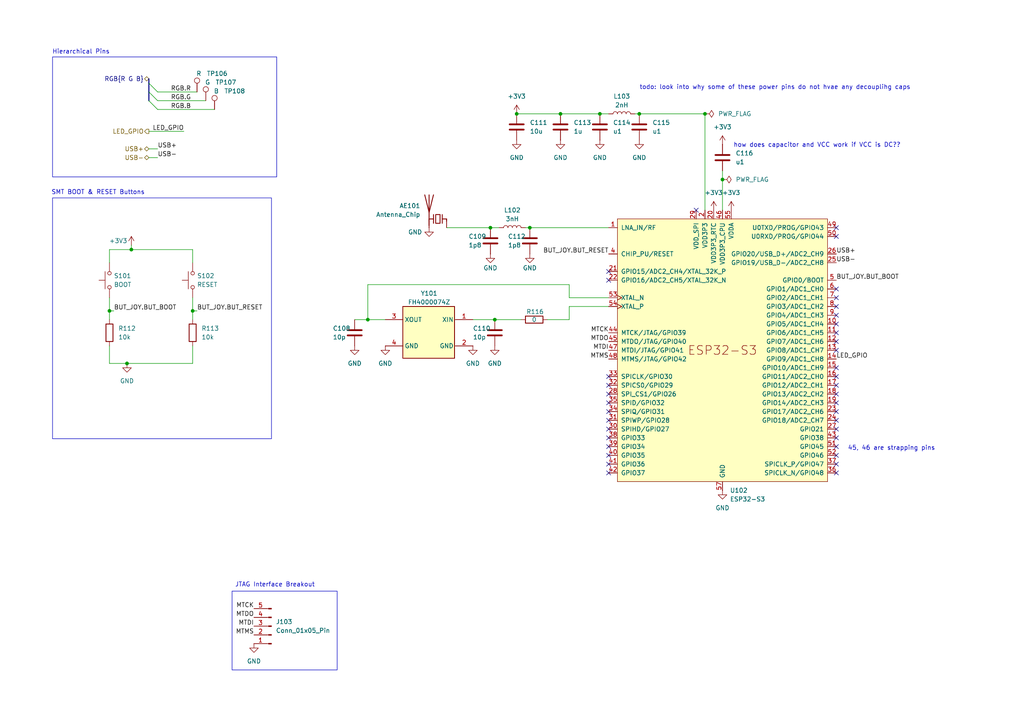
<source format=kicad_sch>
(kicad_sch (version 20250114) (generator "eeschema") (generator_version "9.0")
  (paper "A4")
  (lib_symbols
    (symbol "Connector:Conn_01x05_Pin" (pin_names (offset 1.016) (hide yes))
      (property "Reference" "J" (at 0 7.62 0))
      (property "Value" "Conn_01x05_Pin" (at 0 -7.62 0))
      (symbol "Conn_01x05_Pin_1_1"
        (rectangle (start 0.8636 5.207) (end 0 4.953) (stroke (width 0.1524)) (fill (type outline)))
        (rectangle (start 0.8636 2.667) (end 0 2.413) (stroke (width 0.1524)) (fill (type outline)))
        (rectangle (start 0.8636 0.127) (end 0 -0.127) (stroke (width 0.1524)) (fill (type outline)))
        (rectangle (start 0.8636 -2.413) (end 0 -2.667) (stroke (width 0.1524)) (fill (type outline)))
        (rectangle (start 0.8636 -4.953) (end 0 -5.207) (stroke (width 0.1524)) (fill (type outline)))
        (polyline (pts (xy 1.27 5.08) (xy 0.8636 5.08)) (stroke (width 0.1524)))
        (polyline (pts (xy 1.27 2.54) (xy 0.8636 2.54)) (stroke (width 0.1524)))
        (polyline (pts (xy 1.27 0) (xy 0.8636 0)) (stroke (width 0.1524)))
        (polyline (pts (xy 1.27 -2.54) (xy 0.8636 -2.54)) (stroke (width 0.1524)))
        (polyline (pts (xy 1.27 -5.08) (xy 0.8636 -5.08)) (stroke (width 0.1524)))
        (pin passive line (at 5.08 5.08 180) (length 3.81) (name "Pin_1") (number "1"))
        (pin passive line (at 5.08 2.54 180) (length 3.81) (name "Pin_2") (number "2"))
        (pin passive line (at 5.08 0 180) (length 3.81) (name "Pin_3") (number "3"))
        (pin passive line (at 5.08 -2.54 180) (length 3.81) (name "Pin_4") (number "4"))
        (pin passive line (at 5.08 -5.08 180) (length 3.81) (name "Pin_5") (number "5"))
      )
    )
    (symbol "Connector:TestPoint" (pin_numbers (hide yes)) (pin_names (offset 0.762) (hide yes))
      (property "Reference" "TP" (at 0 6.858 0))
      (property "Value" "TestPoint" (at 0 5.08 0))
      (symbol "TestPoint_0_1"
        (circle (center 0 3.302) (radius 0.762))
      )
      (symbol "TestPoint_1_1"
        (pin passive line (at 0 0 90) (length 2.54) (name "1") (number "1"))
      )
    )
    (symbol "Device:Antenna_Chip" (pin_numbers (hide yes)) (pin_names (offset 1.016) (hide yes))
      (property "Reference" "AE" (at 0 5.08 0))
      (property "Value" "Antenna_Chip" (at 0 3.175 0))
      (symbol "Antenna_Chip_0_1"
        (polyline (pts (xy -2.54 0) (xy -2.54 -0.635)) (stroke (width 0.254)))
        (polyline (pts (xy -2.54 0) (xy -1.27 0)) (stroke (width 0.254)))
        (polyline (pts (xy -1.27 1.27) (xy -1.27 -1.27) (xy -1.27 0)) (stroke (width 0.254)))
        (polyline (pts (xy -0.635 1.27) (xy 0.635 1.27) (xy 0.635 -1.27) (xy -0.635 -1.27) (xy -0.635 1.27)) (stroke (width 0.254)))
        (polyline (pts (xy 1.27 1.27) (xy 1.27 -1.27)) (stroke (width 0.254)))
        (polyline (pts (xy 1.27 0) (xy 2.54 0)) (stroke (width 0.254)))
        (polyline (pts (xy 2.54 6.985) (xy 2.54 -1.905)) (stroke (width 0.254)))
        (polyline (pts (xy 2.54 -0.635) (xy 2.54 0)))
        (polyline (pts (xy 3.81 6.985) (xy 2.54 1.905) (xy 1.27 6.985)) (stroke (width 0.254)))
      )
      (symbol "Antenna_Chip_1_1"
        (pin input line (at -2.54 -2.54 90) (length 2.54) (name "FEED") (number "1"))
        (pin passive line (at 2.54 -2.54 90) (length 2.54) (name "PCB_Trace") (number "2"))
      )
    )
    (symbol "Device:C" (pin_numbers (hide yes)) (pin_names (offset 0.254))
      (property "Reference" "C" (at 0.635 2.54 0))
      (property "Value" "C" (at 0.635 -2.54 0))
      (symbol "C_0_1"
        (polyline (pts (xy -2.032 0.762) (xy 2.032 0.762)) (stroke (width 0.508)))
        (polyline (pts (xy -2.032 -0.762) (xy 2.032 -0.762)) (stroke (width 0.508)))
      )
      (symbol "C_1_1"
        (pin passive line (at 0 3.81 270) (length 2.794) (name "~") (number "1"))
        (pin passive line (at 0 -3.81 90) (length 2.794) (name "~") (number "2"))
      )
    )
    (symbol "Device:L" (pin_numbers (hide yes)) (pin_names (offset 1.016) (hide yes))
      (property "Reference" "L" (at -1.27 0 90))
      (property "Value" "L" (at 1.905 0 90))
      (symbol "L_0_1"
        (arc (start 0 2.54) (mid 0.6323 1.905) (end 0 1.27))
        (arc (start 0 1.27) (mid 0.6323 0.635) (end 0 0))
        (arc (start 0 0) (mid 0.6323 -0.635) (end 0 -1.27))
        (arc (start 0 -1.27) (mid 0.6323 -1.905) (end 0 -2.54))
      )
      (symbol "L_1_1"
        (pin passive line (at 0 3.81 270) (length 1.27) (name "1") (number "1"))
        (pin passive line (at 0 -3.81 90) (length 1.27) (name "2") (number "2"))
      )
    )
    (symbol "Device:R" (pin_numbers (hide yes)) (pin_names (offset 0))
      (property "Reference" "R" (at 2.032 0 90))
      (property "Value" "R" (at 0 0 90))
      (symbol "R_0_1"
        (rectangle (start -1.016 -2.54) (end 1.016 2.54) (stroke (width 0.254)))
      )
      (symbol "R_1_1"
        (pin passive line (at 0 3.81 270) (length 1.27) (name "~") (number "1"))
        (pin passive line (at 0 -3.81 90) (length 1.27) (name "~") (number "2"))
      )
    )
    (symbol "SamacSys_Parts:ESP32-S3" (pin_names (offset 1.016))
      (property "Reference" "U2" (at 2.1433 -40.64 0))
      (property "Value" "ESP32-S3" (at 2.1433 -43.18 0))
      (symbol "ESP32-S3_0_0"
        (text "ESP32-S3" (at 0 0 0) (effects (font (size 2.54 2.54))))
        (pin bidirectional line (at 33.02 -33.02 180) (length 2.54) (name "SPICLK_P/GPIO47") (number "37"))
        (pin bidirectional line (at 33.02 -35.56 180) (length 2.54) (name "SPICLK_N/GPIO48") (number "36"))
      )
      (symbol "ESP32-S3_0_1"
        (rectangle (start -30.48 38.1) (end 30.48 -38.1) (fill (type background)))
      )
      (symbol "ESP32-S3_1_1"
        (pin bidirectional line (at -33.02 35.56 0) (length 2.54) (name "LNA_IN/RF") (number "1"))
        (pin input line (at -33.02 27.94 0) (length 2.54) (name "CHIP_PU/RESET") (number "4"))
        (pin bidirectional line (at -33.02 22.86 0) (length 2.54) (name "GPIO15/ADC2_CH4/XTAL_32K_P") (number "21"))
        (pin bidirectional line (at -33.02 20.32 0) (length 2.54) (name "GPIO16/ADC2_CH5/XTAL_32K_N") (number "22"))
        (pin input clock (at -33.02 15.24 0) (length 2.54) (name "XTAL_N") (number "53"))
        (pin output clock (at -33.02 12.7 0) (length 2.54) (name "XTAL_P") (number "54"))
        (pin bidirectional line (at -33.02 5.08 0) (length 2.54) (name "MTCK/JTAG/GPIO39") (number "44"))
        (pin bidirectional line (at -33.02 2.54 0) (length 2.54) (name "MTDO/JTAG/GPIO40") (number "45"))
        (pin bidirectional line (at -33.02 0 0) (length 2.54) (name "MTDI/JTAG/GPIO41") (number "47"))
        (pin bidirectional line (at -33.02 -2.54 0) (length 2.54) (name "MTMS/JTAG/GPIO42") (number "48"))
        (pin bidirectional line (at -33.02 -7.62 0) (length 2.54) (name "SPICLK/GPIO30") (number "33"))
        (pin bidirectional line (at -33.02 -10.16 0) (length 2.54) (name "SPICS0/GPIO29") (number "32"))
        (pin bidirectional line (at -33.02 -12.7 0) (length 2.54) (name "SPI_CS1/GPIO26") (number "28"))
        (pin bidirectional line (at -33.02 -15.24 0) (length 2.54) (name "SPID/GPIO32") (number "35"))
        (pin bidirectional line (at -33.02 -17.78 0) (length 2.54) (name "SPIQ/GPIO31") (number "34"))
        (pin bidirectional line (at -33.02 -20.32 0) (length 2.54) (name "SPIWP/GPIO28") (number "31"))
        (pin bidirectional line (at -33.02 -22.86 0) (length 2.54) (name "SPIHD/GPIO27") (number "30"))
        (pin bidirectional line (at -33.02 -25.4 0) (length 2.54) (name "GPIO33") (number "38"))
        (pin bidirectional line (at -33.02 -27.94 0) (length 2.54) (name "GPIO34") (number "39"))
        (pin bidirectional line (at -33.02 -30.48 0) (length 2.54) (name "GPIO35") (number "40"))
        (pin bidirectional line (at -33.02 -33.02 0) (length 2.54) (name "GPIO36") (number "41"))
        (pin bidirectional line (at -33.02 -35.56 0) (length 2.54) (name "GPIO37") (number "42"))
        (pin power_out line (at -7.62 40.64 270) (length 2.54) (name "VDD_SPI") (number "29"))
        (pin power_in line (at -5.08 40.64 270) (length 2.54) (name "VDD3P3") (number "2"))
        (pin power_in line (at -5.08 40.64 270) (length 2.54) (hide yes) (name "VDD3P3") (number "3"))
        (pin power_in line (at -2.54 40.64 270) (length 2.54) (name "VDD3P3_RTC") (number "20"))
        (pin power_in line (at 0 40.64 270) (length 2.54) (name "VDD3P3_CPU") (number "46"))
        (pin power_in line (at 0 -40.64 90) (length 2.54) (name "GND") (number "57"))
        (pin power_in line (at 2.54 40.64 270) (length 2.54) (name "VDDA") (number "55"))
        (pin passive line (at 2.54 40.64 270) (length 2.54) (hide yes) (name "VDDA") (number "56"))
        (pin bidirectional line (at 33.02 35.56 180) (length 2.54) (name "U0TXD/PROG/GPIO43") (number "49"))
        (pin bidirectional line (at 33.02 33.02 180) (length 2.54) (name "U0RXD/PROG/GPIO44") (number "50"))
        (pin bidirectional line (at 33.02 27.94 180) (length 2.54) (name "GPIO20/USB_D+/ADC2_CH9") (number "26"))
        (pin bidirectional line (at 33.02 25.4 180) (length 2.54) (name "GPIO19/USB_D-/ADC2_CH8") (number "25"))
        (pin bidirectional line (at 33.02 20.32 180) (length 2.54) (name "GPIO0/BOOT") (number "5"))
        (pin bidirectional line (at 33.02 17.78 180) (length 2.54) (name "GPIO1/ADC1_CH0") (number "6"))
        (pin bidirectional line (at 33.02 15.24 180) (length 2.54) (name "GPIO2/ADC1_CH1") (number "7"))
        (pin bidirectional line (at 33.02 12.7 180) (length 2.54) (name "GPIO3/ADC1_CH2") (number "8"))
        (pin bidirectional line (at 33.02 10.16 180) (length 2.54) (name "GPIO4/ADC1_CH3") (number "9"))
        (pin bidirectional line (at 33.02 7.62 180) (length 2.54) (name "GPIO5/ADC1_CH4") (number "10"))
        (pin bidirectional line (at 33.02 5.08 180) (length 2.54) (name "GPIO6/ADC1_CH5") (number "11"))
        (pin bidirectional line (at 33.02 2.54 180) (length 2.54) (name "GPIO7/ADC1_CH6") (number "12"))
        (pin bidirectional line (at 33.02 0 180) (length 2.54) (name "GPIO8/ADC1_CH7") (number "13"))
        (pin bidirectional line (at 33.02 -2.54 180) (length 2.54) (name "GPIO9/ADC1_CH8") (number "14"))
        (pin bidirectional line (at 33.02 -5.08 180) (length 2.54) (name "GPIO10/ADC1_CH9") (number "15"))
        (pin bidirectional line (at 33.02 -7.62 180) (length 2.54) (name "GPIO11/ADC2_CH0") (number "16"))
        (pin bidirectional line (at 33.02 -10.16 180) (length 2.54) (name "GPIO12/ADC2_CH1") (number "17"))
        (pin bidirectional line (at 33.02 -12.7 180) (length 2.54) (name "GPIO13/ADC2_CH2") (number "18"))
        (pin bidirectional line (at 33.02 -15.24 180) (length 2.54) (name "GPIO14/ADC2_CH3") (number "19"))
        (pin bidirectional line (at 33.02 -17.78 180) (length 2.54) (name "GPIO17/ADC2_CH6") (number "23"))
        (pin bidirectional line (at 33.02 -20.32 180) (length 2.54) (name "GPIO18/ADC2_CH7") (number "24"))
        (pin bidirectional line (at 33.02 -22.86 180) (length 2.54) (name "GPIO21") (number "27"))
        (pin bidirectional line (at 33.02 -25.4 180) (length 2.54) (name "GPIO38") (number "43"))
        (pin bidirectional line (at 33.02 -27.94 180) (length 2.54) (name "GPIO45") (number "51"))
        (pin bidirectional line (at 33.02 -30.48 180) (length 2.54) (name "GPIO46") (number "52"))
      )
    )
    (symbol "SamacSys_Parts:FH4000074Z"
      (property "Reference" "Y" (at 3.556 7.62 0))
      (property "Value" "FH4000074Z" (at 3.556 5.08 0))
      (symbol "FH4000074Z_1_1"
        (rectangle (start 0 0) (end 15 -15) (stroke (width 0.254)) (fill (type background)))
        (pin passive line (at -5.08 -3.81 0) (length 5.08) (name "XOUT") (number "3"))
        (pin passive line (at -5.08 -11.43 0) (length 5.08) (name "GND") (number "4"))
        (pin passive line (at 20.32 -3.81 180) (length 5.08) (name "XIN") (number "1"))
        (pin passive line (at 20.32 -11.43 180) (length 5.08) (name "GND") (number "2"))
      )
    )
    (symbol "Switch:SW_Push" (pin_numbers (hide yes)) (pin_names (offset 1.016) (hide yes))
      (property "Reference" "SW" (at 1.27 2.54 0))
      (property "Value" "SW_Push" (at 0 -1.524 0))
      (symbol "SW_Push_0_1"
        (circle (center -2.032 0) (radius 0.508))
        (polyline (pts (xy 0 1.27) (xy 0 3.048)))
        (circle (center 2.032 0) (radius 0.508))
        (polyline (pts (xy 2.54 1.27) (xy -2.54 1.27)))
        (pin passive line (at -5.08 0 0) (length 2.54) (name "1") (number "1"))
        (pin passive line (at 5.08 0 180) (length 2.54) (name "2") (number "2"))
      )
    )
    (symbol "power:+3V3" (power) (pin_numbers (hide yes)) (pin_names (offset 0) (hide yes))
      (property "Value" "+3V3" (at 0 3.556 0))
      (symbol "+3V3_0_1"
        (polyline (pts (xy -0.762 1.27) (xy 0 2.54)))
        (polyline (pts (xy 0 2.54) (xy 0.762 1.27)))
        (polyline (pts (xy 0 0) (xy 0 2.54)))
      )
      (symbol "+3V3_1_1"
        (pin power_in line (at 0 0 90) (length 0) (name "~") (number "1"))
      )
    )
    (symbol "power:GND" (power) (pin_numbers (hide yes)) (pin_names (offset 0) (hide yes))
      (property "Value" "GND" (at 0 -3.81 0))
      (symbol "GND_0_1"
        (polyline (pts (xy 0 0) (xy 0 -1.27) (xy 1.27 -1.27) (xy 0 -2.54) (xy -1.27 -1.27) (xy 0 -1.27)))
      )
      (symbol "GND_1_1"
        (pin power_in line (at 0 0 270) (length 0) (name "~") (number "1"))
      )
    )
    (symbol "power:PWR_FLAG" (power) (pin_numbers (hide yes)) (pin_names (offset 0) (hide yes))
      (property "Value" "PWR_FLAG" (at 0 3.81 0))
      (symbol "PWR_FLAG_0_0"
        (pin power_out line (at 0 0 90) (length 0) (name "~") (number "1"))
      )
      (symbol "PWR_FLAG_0_1"
        (polyline (pts (xy 0 0) (xy 0 1.27) (xy -1.016 1.905) (xy 0 2.54) (xy 1.016 1.905) (xy 0 1.27)))
      )
    )
  )
  (bus_alias "MEMORY_QSPI" (members "~{CS}" "~{CE}" "SIO0" "SCK" "SIO1" "SIO2" "SIO3"))
  (rectangle (start 67.31 171.45) (end 97.79 194.31))
  (rectangle (start 15.24 57.404) (end 78.74 127.254))
  (rectangle (start 15.24 16.51) (end 80.264 51.308))
  (text "how does capacitor and VCC work if VCC is DC??" (at 236.982 42.164 0) (effects (font (size 1.27 1.27))))
  (text "JTAG Interface Breakout" (at 79.756 169.672 0) (effects (font (size 1.27 1.27))))
  (text "Hierarchical Pins" (at 23.495 15.113 0) (effects (font (size 1.27 1.27))))
  (text "todo: look into why some of these power pins do not hvae any decouplihg caps" (at 224.79 25.4 0) (effects (font (size 1.27 1.27))))
  (text "SMT BOOT & RESET Buttons" (at 28.448 55.88 0) (effects (font (size 1.27 1.27))))
  (text "45, 46 are strapping pins" (at 258.572 130.048 0) (effects (font (size 1.27 1.27))))
  (junction (at 142.24 66.04))
  (junction (at 36.83 105.41))
  (junction (at 31.75 90.17))
  (junction (at 185.42 33.02))
  (junction (at 106.68 92.71))
  (junction (at 204.47 33.02))
  (junction (at 153.67 66.04))
  (junction (at 162.56 33.02))
  (junction (at 209.55 52.07))
  (junction (at 55.88 90.17))
  (junction (at 173.99 33.02))
  (junction (at 149.86 33.02))
  (junction (at 38.1 72.39))
  (junction (at 143.51 92.71))
  (no_connect (at 242.57 134.62))
  (no_connect (at 242.57 66.04))
  (no_connect (at 176.53 109.22))
  (no_connect (at 242.57 129.54))
  (no_connect (at 176.53 116.84))
  (no_connect (at 176.53 119.38))
  (no_connect (at 242.57 83.82))
  (no_connect (at 242.57 101.6))
  (no_connect (at 242.57 106.68))
  (no_connect (at 176.53 134.62))
  (no_connect (at 242.57 68.58))
  (no_connect (at 242.57 111.76))
  (no_connect (at 242.57 91.44))
  (no_connect (at 242.57 119.38))
  (no_connect (at 176.53 121.92))
  (no_connect (at 242.57 99.06))
  (no_connect (at 176.53 114.3))
  (no_connect (at 176.53 132.08))
  (no_connect (at 201.93 60.96))
  (no_connect (at 242.57 116.84))
  (no_connect (at 242.57 132.08))
  (no_connect (at 176.53 78.74))
  (no_connect (at 242.57 96.52))
  (no_connect (at 176.53 129.54))
  (no_connect (at 242.57 121.92))
  (no_connect (at 242.57 93.98))
  (no_connect (at 242.57 109.22))
  (no_connect (at 176.53 137.16))
  (no_connect (at 242.57 114.3))
  (no_connect (at 242.57 86.36))
  (no_connect (at 176.53 81.28))
  (no_connect (at 242.57 137.16))
  (no_connect (at 242.57 127))
  (no_connect (at 242.57 88.9))
  (no_connect (at 176.53 124.46))
  (no_connect (at 242.57 124.46))
  (no_connect (at 176.53 127))
  (no_connect (at 176.53 111.76))
  (bus_entry (at 43.18 26.67) (size 2.54 2.54))
  (bus_entry (at 43.18 24.13) (size 2.54 2.54))
  (bus_entry (at 43.18 29.21) (size 2.54 2.54))
  (wire (pts (xy 209.55 52.07) (xy 209.55 60.96)))
  (wire (pts (xy 31.75 86.36) (xy 31.75 90.17)))
  (wire (pts (xy 153.67 66.04) (xy 176.53 66.04)))
  (wire (pts (xy 45.72 29.21) (xy 59.69 29.21)))
  (wire (pts (xy 209.55 49.53) (xy 209.55 52.07)))
  (bus (pts (xy 43.18 26.67) (xy 43.18 29.21)))
  (wire (pts (xy 31.75 90.17) (xy 31.75 92.71)))
  (wire (pts (xy 204.47 60.96) (xy 204.47 33.02)))
  (wire (pts (xy 38.1 71.12) (xy 38.1 72.39)))
  (wire (pts (xy 45.72 45.72) (xy 43.18 45.72)))
  (wire (pts (xy 31.75 100.33) (xy 31.75 105.41)))
  (wire (pts (xy 165.1 92.71) (xy 165.1 88.9)))
  (wire (pts (xy 57.15 90.17) (xy 55.88 90.17)))
  (wire (pts (xy 129.54 66.04) (xy 142.24 66.04)))
  (wire (pts (xy 106.68 92.71) (xy 111.76 92.71)))
  (wire (pts (xy 165.1 86.36) (xy 176.53 86.36)))
  (wire (pts (xy 137.16 92.71) (xy 143.51 92.71)))
  (wire (pts (xy 38.1 72.39) (xy 31.75 72.39)))
  (wire (pts (xy 45.72 31.75) (xy 62.23 31.75)))
  (wire (pts (xy 143.51 92.71) (xy 151.13 92.71)))
  (wire (pts (xy 152.4 66.04) (xy 153.67 66.04)))
  (bus (pts (xy 43.18 22.86) (xy 43.18 24.13)))
  (wire (pts (xy 184.15 33.02) (xy 185.42 33.02)))
  (wire (pts (xy 149.86 33.02) (xy 162.56 33.02)))
  (wire (pts (xy 165.1 88.9) (xy 176.53 88.9)))
  (wire (pts (xy 142.24 66.04) (xy 144.78 66.04)))
  (wire (pts (xy 106.68 82.55) (xy 106.68 92.71)))
  (wire (pts (xy 55.88 76.2) (xy 55.88 72.39)))
  (wire (pts (xy 55.88 90.17) (xy 55.88 92.71)))
  (wire (pts (xy 102.87 92.71) (xy 106.68 92.71)))
  (wire (pts (xy 204.47 33.02) (xy 185.42 33.02)))
  (wire (pts (xy 31.75 72.39) (xy 31.75 76.2)))
  (wire (pts (xy 55.88 72.39) (xy 38.1 72.39)))
  (wire (pts (xy 165.1 82.55) (xy 165.1 86.36)))
  (wire (pts (xy 45.72 26.67) (xy 57.15 26.67)))
  (wire (pts (xy 36.83 105.41) (xy 55.88 105.41)))
  (wire (pts (xy 55.88 86.36) (xy 55.88 90.17)))
  (wire (pts (xy 33.02 90.17) (xy 31.75 90.17)))
  (wire (pts (xy 158.75 92.71) (xy 165.1 92.71)))
  (wire (pts (xy 162.56 33.02) (xy 173.99 33.02)))
  (wire (pts (xy 106.68 82.55) (xy 165.1 82.55)))
  (bus (pts (xy 43.18 24.13) (xy 43.18 26.67)))
  (wire (pts (xy 31.75 105.41) (xy 36.83 105.41)))
  (wire (pts (xy 55.88 105.41) (xy 55.88 100.33)))
  (wire (pts (xy 43.18 43.18) (xy 45.72 43.18)))
  (wire (pts (xy 53.34 38.1) (xy 43.18 38.1)))
  (wire (pts (xy 173.99 33.02) (xy 176.53 33.02)))
  (label "RGB.B" (at 49.53 31.75 0))
  (label "BUT_JOY.BUT_BOOT" (at 33.02 90.17 0))
  (label "BUT_JOY.BUT_BOOT" (at 242.57 81.28 0))
  (label "MTMS" (at 176.53 104.14 180))
  (label "RGB.R" (at 49.53 26.67 0))
  (label "MTCK" (at 73.66 176.53 180))
  (label "BUT_JOY.BUT_RESET" (at 57.15 90.17 0))
  (label "USB+" (at 242.57 73.66 0))
  (label "USB+" (at 45.72 43.18 0))
  (label "LED_GPIO" (at 53.34 38.1 180))
  (label "LED_GPIO" (at 242.57 104.14 0))
  (label "MTDO" (at 176.53 99.06 180))
  (label "MTCK" (at 176.53 96.52 180))
  (label "MTDO" (at 73.66 179.07 180))
  (label "MTDI" (at 73.66 181.61 180))
  (label "BUT_JOY.BUT_RESET" (at 176.53 73.66 180))
  (label "MTDI" (at 176.53 101.6 180))
  (label "USB-" (at 45.72 45.72 0))
  (label "MTMS" (at 73.66 184.15 180))
  (label "RGB.G" (at 49.53 29.21 0))
  (label "USB-" (at 242.57 76.2 0))
  (hierarchical_label "USB+" (shape bidirectional) (at 43.18 43.18 180))
  (hierarchical_label "USB-" (shape bidirectional) (at 43.18 45.72 180))
  (hierarchical_label "RGB{R G B}" (shape bidirectional) (at 43.18 22.86 180))
  (hierarchical_label "LED_GPIO" (shape output) (at 43.18 38.1 180))
  (symbol (lib_id "power:GND") (at 36.83 105.41 0) (unit 1)
    (property "Reference" "#PWR0136" (effects (hide yes)))
    (property "Value" "GND" (at 36.83 110.49 0))
    (property "Description" "Power symbol creates a global label with name \"GND\" , ground" (effects (hide yes)))
  )
  (symbol (lib_id "Device:C") (at 209.55 45.72 0) (unit 1)
    (property "Reference" "C116" (at 213.36 44.4499 0) (effects (justify left)))
    (property "Value" "u1" (at 213.36 46.9899 0) (effects (justify left)))
    (property "Footprint" "SamacSys_Parts:MAJx16" (effects (hide yes)))
    (property "Description" "Unpolarized capacitor" (effects (hide yes)))
    (property "Height" "0.8" (effects (hide yes)))
    (property "Mouser Part Number" "963-MAJCH168BB7104KT" (effects (hide yes)))
    (property "Mouser Price/Stock" "https://www.mouser.co.uk/ProductDetail/TAIYO-YUDEN/MAJCH168BB7104KTEA01?qs=ZcfC38r4PovaTBrG0IdezQ%3D%3D" (effects (hide yes)))
    (property "Manufacturer_Name" "TAIYO YUDEN" (effects (hide yes)))
    (property "Manufacturer_Part_Number" "MAJCH168BB7104KTEA01" (effects (hide yes)))
  )
  (symbol (lib_id "Connector:TestPoint") (at 62.23 31.75 0) (mirror y) (unit 1)
    (property "Reference" "TP108" (at 71.12 26.416 0) (effects (justify left)))
    (property "Value" "B" (at 63.5 26.416 0) (effects (justify left)))
    (property "Footprint" "TestPoint:TestPoint_Pad_1.0x1.0mm" (effects (hide yes)))
    (property "Description" "test point" (effects (hide yes)))
  )
  (symbol (lib_id "Switch:SW_Push") (at 31.75 81.28 90) (unit 1)
    (property "Reference" "S101" (at 33.02 80.0099 90) (effects (justify right)))
    (property "Value" "BOOT" (at 33.02 82.5499 90) (effects (justify right)))
    (property "Footprint" "SamacSys_Parts:TL1030AF500AQJ" (effects (hide yes)))
    (property "Description" "Push button switch, generic, two pins" (effects (hide yes)))
    (property "Height" "1.95" (effects (hide yes)))
    (property "Mouser Part Number" "612-TL1030AF500AQJ" (effects (hide yes)))
    (property "Mouser Price/Stock" "https://www.mouser.co.uk/ProductDetail/E-Switch/TL1030AF500AQJ?qs=VVKQmw408U8suyvYOKaEsA%3D%3D" (effects (hide yes)))
    (property "Manufacturer_Name" "E-Switch" (effects (hide yes)))
    (property "Manufacturer_Part_Number" "TL1030AF500AQJ" (effects (hide yes)))
  )
  (symbol (lib_id "power:GND") (at 173.99 40.64 0) (unit 1)
    (property "Reference" "#PWR0151" (effects (hide yes)))
    (property "Value" "GND" (at 173.99 45.72 0))
    (property "Description" "Power symbol creates a global label with name \"GND\" , ground" (effects (hide yes)))
  )
  (symbol (lib_id "Connector:Conn_01x05_Pin") (at 78.74 181.61 180) (unit 1)
    (property "Reference" "J103" (at 80.01 180.3399 0) (effects (justify right)))
    (property "Value" "Conn_01x05_Pin" (at 80.01 182.8799 0) (effects (justify right)))
    (property "Footprint" "Connector_PinHeader_2.54mm:PinHeader_1x05_P2.54mm_Vertical" (effects (hide yes)))
    (property "Description" "Generic connector, single row, 01x05, script generated" (effects (hide yes)))
  )
  (symbol (lib_id "Device:C") (at 149.86 36.83 0) (unit 1)
    (property "Reference" "C111" (at 153.67 35.5599 0) (effects (justify left)))
    (property "Value" "10u" (at 153.67 38.0999 0) (effects (justify left)))
    (property "Footprint" "SamacSys_Parts:CAPC1608X80N" (effects (hide yes)))
    (property "Datasheet" "https://product.tdk.com/info/en/catalog/datasheets/mlcc_commercial_midvoltage_en.pdf" (effects (hide yes)))
    (property "Description" "Multilayer Ceramic Capacitors MLCC - SMD/SMT Commercial Grade,MLCC,0603,X7T,10V,10uF,+/-20%,0.8mm" (effects (hide yes)))
    (property "Height" "0.8" (effects (hide yes)))
    (property "Mouser Part Number" "810-C1608X7T1A106M08" (effects (hide yes)))
    (property "Mouser Price/Stock" "https://www.mouser.co.uk/ProductDetail/TDK/C1608X7T1A106M080AC?qs=Vi0JKjFBtYk5DbkZB9qYvg%3D%3D" (effects (hide yes)))
    (property "Manufacturer_Name" "TDK" (effects (hide yes)))
    (property "Manufacturer_Part_Number" "C1608X7T1A106M080AC" (effects (hide yes)))
  )
  (symbol (lib_id "Switch:SW_Push") (at 55.88 81.28 90) (unit 1)
    (property "Reference" "S102" (at 57.15 80.0099 90) (effects (justify right)))
    (property "Value" "RESET" (at 57.15 82.5499 90) (effects (justify right)))
    (property "Footprint" "SamacSys_Parts:TL1030AF500AQJ" (effects (hide yes)))
    (property "Description" "Push button switch, generic, two pins" (effects (hide yes)))
    (property "Height" "1.95" (effects (hide yes)))
    (property "Mouser Part Number" "612-TL1030AF500AQJ" (effects (hide yes)))
    (property "Mouser Price/Stock" "https://www.mouser.co.uk/ProductDetail/E-Switch/TL1030AF500AQJ?qs=VVKQmw408U8suyvYOKaEsA%3D%3D" (effects (hide yes)))
    (property "Manufacturer_Name" "E-Switch" (effects (hide yes)))
    (property "Manufacturer_Part_Number" "TL1030AF500AQJ" (effects (hide yes)))
  )
  (symbol (lib_id "power:PWR_FLAG") (at 204.47 33.02 270) (unit 1)
    (property "Reference" "#FLG0104" (effects (hide yes)))
    (property "Value" "PWR_FLAG" (at 208.28 33.0199 90) (effects (justify left)))
    (property "Description" "Special symbol for telling ERC where power comes from" (effects (hide yes)))
  )
  (symbol (lib_id "Device:C") (at 185.42 36.83 0) (unit 1)
    (property "Reference" "C115" (at 189.23 35.5599 0) (effects (justify left)))
    (property "Value" "u1" (at 189.23 38.0999 0) (effects (justify left)))
    (property "Footprint" "SamacSys_Parts:MAJx16" (effects (hide yes)))
    (property "Description" "Unpolarized capacitor" (effects (hide yes)))
    (property "Height" "0.8" (effects (hide yes)))
    (property "Mouser Part Number" "963-MAJCH168BB7104KT" (effects (hide yes)))
    (property "Mouser Price/Stock" "https://www.mouser.co.uk/ProductDetail/TAIYO-YUDEN/MAJCH168BB7104KTEA01?qs=ZcfC38r4PovaTBrG0IdezQ%3D%3D" (effects (hide yes)))
    (property "Manufacturer_Name" "TAIYO YUDEN" (effects (hide yes)))
    (property "Manufacturer_Part_Number" "MAJCH168BB7104KTEA01" (effects (hide yes)))
  )
  (symbol (lib_id "power:+3V3") (at 149.86 33.02 0) (unit 1)
    (property "Reference" "#PWR0147" (effects (hide yes)))
    (property "Value" "+3V3" (at 149.86 27.94 0))
    (property "Description" "Power symbol creates a global label with name \"+3V3\"" (effects (hide yes)))
  )
  (symbol (lib_id "power:+3V3") (at 38.1 71.12 0) (unit 1)
    (property "Reference" "#PWR0137" (effects (hide yes)))
    (property "Value" "+3V3" (at 34.29 69.85 0))
    (property "Description" "Power symbol creates a global label with name \"+3V3\"" (effects (hide yes)))
  )
  (symbol (lib_id "Device:C") (at 142.24 69.85 0) (unit 1)
    (property "Reference" "C109" (at 135.89 68.58 0) (effects (justify left)))
    (property "Value" "1p8" (at 135.89 71.12 0) (effects (justify left)))
    (property "Footprint" "Capacitor_SMD:C_0603_1608Metric" (effects (hide yes)))
    (property "Description" "Unpolarized capacitor" (effects (hide yes)))
    (property "Mouser Part Number" "581-KGQ15ACG2A1R8BT " (effects (hide yes)))
    (property "Mouser Price/Stock" "https://www.mouser.com/ProductDetail/KYOCERA-AVX/KGQ15ACG2A1R8BT?qs=sGAEpiMZZMsh%252B1woXyUXj17cMikWvs6%2F%252Bbo%2FT8Vs%252Bm0%3D" (effects (hide yes)))
    (property "Manufacturer_Name" "Kyocera" (effects (hide yes)))
    (property "Manufacturer_Part_Number" "KGQ15ACG2A1R8BT " (effects (hide yes)))
  )
  (symbol (lib_id "power:+3V3") (at 212.09 60.96 0) (unit 1)
    (property "Reference" "#PWR0156" (effects (hide yes)))
    (property "Value" "+3V3" (at 212.09 55.88 0))
    (property "Description" "Power symbol creates a global label with name \"+3V3\"" (effects (hide yes)))
  )
  (symbol (lib_id "power:+3V3") (at 207.01 60.96 0) (unit 1)
    (property "Reference" "#PWR0153" (effects (hide yes)))
    (property "Value" "+3V3" (at 207.01 55.88 0))
    (property "Description" "Power symbol creates a global label with name \"+3V3\"" (effects (hide yes)))
  )
  (symbol (lib_id "power:PWR_FLAG") (at 209.55 52.07 270) (unit 1)
    (property "Reference" "#FLG0105" (effects (hide yes)))
    (property "Value" "PWR_FLAG" (at 213.36 52.0699 90) (effects (justify left)))
    (property "Description" "Special symbol for telling ERC where power comes from" (effects (hide yes)))
  )
  (symbol (lib_id "power:GND") (at 143.51 100.33 0) (unit 1)
    (property "Reference" "#PWR0146" (effects (hide yes)))
    (property "Value" "GND" (at 143.51 105.41 0))
    (property "Description" "Power symbol creates a global label with name \"GND\" , ground" (effects (hide yes)))
  )
  (symbol (lib_id "power:GND") (at 162.56 40.64 0) (unit 1)
    (property "Reference" "#PWR0150" (effects (hide yes)))
    (property "Value" "GND" (at 162.56 45.72 0))
    (property "Description" "Power symbol creates a global label with name \"GND\" , ground" (effects (hide yes)))
  )
  (symbol (lib_id "power:GND") (at 149.86 40.64 0) (unit 1)
    (property "Reference" "#PWR0148" (effects (hide yes)))
    (property "Value" "GND" (at 149.86 45.72 0))
    (property "Description" "Power symbol creates a global label with name \"GND\" , ground" (effects (hide yes)))
  )
  (symbol (lib_id "Device:L") (at 148.59 66.04 90) (unit 1)
    (property "Reference" "L102" (at 148.59 60.96 90))
    (property "Value" "3nH" (at 148.59 63.5 90))
    (property "Footprint" "SamacSys_Parts:INDC1006X65N" (effects (hide yes)))
    (property "Datasheet" "https://abracon.com/Magnetics/new/AIMC-0402.pdf" (effects (hide yes)))
    (property "Description" "3 nH Shielded Multilayer Inductor 700 mA 90mOhm Max 0402 (1005 Metric)" (effects (hide yes)))
    (property "Height" "0.65" (effects (hide yes)))
    (property "Manufacturer_Name" "ABRACON" (effects (hide yes)))
    (property "Manufacturer_Part_Number" "AIMC-0402HQ-3N0B-T" (effects (hide yes)))
  )
  (symbol (lib_id "Device:C") (at 143.51 96.52 0) (unit 1)
    (property "Reference" "C110" (at 137.16 95.25 0) (effects (justify left)))
    (property "Value" "10p" (at 137.16 97.79 0) (effects (justify left)))
    (property "Footprint" "SamacSys_Parts:CAPC2013X94N" (effects (hide yes)))
    (property "Datasheet" "https://search.murata.co.jp/Ceramy/image/img/A01X/G101/ENG/GRT0335C1H100GA02-01A.pdf" (effects (hide yes)))
    (property "Description" "Capacitor 0805 10PF +/-5% 25V" (effects (hide yes)))
    (property "Height" "0.33" (effects (hide yes)))
    (property "Mouser Part Number" "581-08053A100JAT2A" (effects (hide yes)))
    (property "Mouser Price/Stock" "https://www.mouser.co.uk/ProductDetail/AVX/08053A100JAT2A?qs=bb%252B1MDm7h6JkIaQOVYAaFQ%3D%3D" (effects (hide yes)))
    (property "Manufacturer_Name" "Kyocera AVX" (effects (hide yes)))
    (property "Manufacturer_Part_Number" "08053A100JAT2A" (effects (hide yes)))
  )
  (symbol (lib_id "power:GND") (at 124.46 66.04 0) (unit 1)
    (property "Reference" "#PWR0143" (effects (hide yes)))
    (property "Value" "GND" (at 120.396 67.31 0))
    (property "Description" "Power symbol creates a global label with name \"GND\" , ground" (effects (hide yes)))
  )
  (symbol (lib_id "Connector:TestPoint") (at 57.15 26.67 0) (mirror y) (unit 1)
    (property "Reference" "TP106" (at 66.04 21.336 0) (effects (justify left)))
    (property "Value" "R" (at 58.42 21.336 0) (effects (justify left)))
    (property "Footprint" "TestPoint:TestPoint_Pad_1.0x1.0mm" (effects (hide yes)))
    (property "Description" "test point" (effects (hide yes)))
  )
  (symbol (lib_id "power:+3V3") (at 209.55 41.91 0) (unit 1)
    (property "Reference" "#PWR0154" (effects (hide yes)))
    (property "Value" "+3V3" (at 209.55 36.83 0))
    (property "Description" "Power symbol creates a global label with name \"+3V3\"" (effects (hide yes)))
  )
  (symbol (lib_id "Device:R") (at 31.75 96.52 0) (unit 1)
    (property "Reference" "R112" (at 34.29 95.2499 0) (effects (justify left)))
    (property "Value" "10k" (at 34.29 97.7899 0) (effects (justify left)))
    (property "Footprint" "SamacSys_Parts:RESC2012X60N" (effects (hide yes)))
    (property "Datasheet" "https://componentsearchengine.com/Datasheets/2/ASC0805-10KFT5.pdf" (effects (hide yes)))
    (property "Description" "WELWYN - ASC0805-10KFT5 - RESISTOR, ANTI SULPHUR, 10K, 0.125W, 1%" (effects (hide yes)))
    (property "Height" "0.6" (effects (hide yes)))
    (property "Mouser Part Number" "756-ASC0805-10KFT5" (effects (hide yes)))
    (property "Mouser Price/Stock" "https://www.mouser.co.uk/ProductDetail/Welwyn-Components-TT-Electronics/ASC0805-10KFT5?qs=69TQa8YF5Y7dvxAm%2FqWqSQ%3D%3D" (effects (hide yes)))
    (property "Manufacturer_Name" "TT Electronics" (effects (hide yes)))
    (property "Manufacturer_Part_Number" "ASC0805-10KFT5" (effects (hide yes)))
  )
  (symbol (lib_id "power:GND") (at 137.16 100.33 0) (unit 1)
    (property "Reference" "#PWR0144" (effects (hide yes)))
    (property "Value" "GND" (at 137.16 105.41 0))
    (property "Description" "Power symbol creates a global label with name \"GND\" , ground" (effects (hide yes)))
  )
  (symbol (lib_id "SamacSys_Parts:FH4000074Z") (at 116.84 88.9 0) (unit 1)
    (property "Reference" "Y101" (at 124.46 85.09 0))
    (property "Value" "FH4000074Z" (at 124.46 87.63 0))
    (property "Footprint" "SamacSys_Parts:FH4000074Z" (effects (hide yes)))
    (property "Datasheet" "https://www.mouser.com/datasheet/2/115/DIOD_S_A0002236414_1-2542067.pdf" (effects (hide yes)))
    (property "Description" "Crystals 40.000MHz 8pF 10ppm -30 to +85" (effects (hide yes)))
    (property "Height" "0.7" (effects (hide yes)))
    (property "Mouser Part Number" "729-FH4000074Z" (effects (hide yes)))
    (property "Mouser Price/Stock" "https://www.mouser.co.uk/ProductDetail/Diodes-Incorporated/FH4000074Z?qs=Rp3RbKSfAt0iJsXeLyNOeg%3D%3D" (effects (hide yes)))
    (property "Manufacturer_Name" "Diodes Incorporated" (effects (hide yes)))
    (property "Manufacturer_Part_Number" "FH4000074Z" (effects (hide yes)))
  )
  (symbol (lib_id "power:GND") (at 185.42 40.64 0) (unit 1)
    (property "Reference" "#PWR0152" (effects (hide yes)))
    (property "Value" "GND" (at 185.42 45.72 0))
    (property "Description" "Power symbol creates a global label with name \"GND\" , ground" (effects (hide yes)))
  )
  (symbol (lib_id "Device:R") (at 154.94 92.71 90) (unit 1)
    (property "Reference" "R116" (at 155.194 90.424 90))
    (property "Value" "0" (at 154.94 92.71 90))
    (property "Footprint" "SamacSys_Parts:RESC1608X50N" (effects (hide yes)))
    (property "Datasheet" "http://www.vishay.com/docs/20035/dcrcwe3.pdf" (effects (hide yes)))
    (property "Description" "VISHAY - CRCW06030000Z0EA - RESISTOR, 0R, 0.1W, JUMPER, 0603, SMD" (effects (hide yes)))
    (property "Height" "0.5" (effects (hide yes)))
    (property "Mouser Part Number" "71-CRCW0603-0-E3" (effects (hide yes)))
    (property "Mouser Price/Stock" "https://www.mouser.co.uk/ProductDetail/Vishay-Dale/CRCW06030000Z0EA?qs=uFJqmf%2F3rbbVtxvMdbYUaQ%3D%3D" (effects (hide yes)))
    (property "Manufacturer_Name" "Vishay" (effects (hide yes)))
    (property "Manufacturer_Part_Number" "CRCW06030000Z0EA" (effects (hide yes)))
  )
  (symbol (lib_id "Device:Antenna_Chip") (at 127 63.5 0) (mirror y) (unit 1)
    (property "Reference" "AE101" (at 121.92 59.6899 0) (effects (justify left)))
    (property "Value" "Antenna_Chip" (at 121.92 62.2299 0) (effects (justify left)))
    (property "Footprint" "SamacSys_Parts:Texas_SWRA117D_2.4GHz_Left" (effects (hide yes)))
    (property "Description" "Ceramic chip antenna with pin for PCB trace" (effects (hide yes)))
  )
  (symbol (lib_id "Connector:TestPoint") (at 59.69 29.21 0) (mirror y) (unit 1)
    (property "Reference" "TP107" (at 68.58 23.876 0) (effects (justify left)))
    (property "Value" "G" (at 60.96 23.876 0) (effects (justify left)))
    (property "Footprint" "TestPoint:TestPoint_Pad_1.0x1.0mm" (effects (hide yes)))
    (property "Description" "test point" (effects (hide yes)))
  )
  (symbol (lib_id "Device:C") (at 102.87 96.52 0) (unit 1)
    (property "Reference" "C108" (at 96.52 95.25 0) (effects (justify left)))
    (property "Value" "10p" (at 96.52 97.79 0) (effects (justify left)))
    (property "Footprint" "SamacSys_Parts:CAPC2013X94N" (effects (hide yes)))
    (property "Datasheet" "https://search.murata.co.jp/Ceramy/image/img/A01X/G101/ENG/GRT0335C1H100GA02-01A.pdf" (effects (hide yes)))
    (property "Description" "Capacitor 0805 10PF +/-5% 25V" (effects (hide yes)))
    (property "Height" "0.33" (effects (hide yes)))
    (property "Mouser Part Number" "581-08053A100JAT2A" (effects (hide yes)))
    (property "Mouser Price/Stock" "https://www.mouser.co.uk/ProductDetail/AVX/08053A100JAT2A?qs=bb%252B1MDm7h6JkIaQOVYAaFQ%3D%3D" (effects (hide yes)))
    (property "Manufacturer_Name" "Kyocera AVX" (effects (hide yes)))
    (property "Manufacturer_Part_Number" "08053A100JAT2A" (effects (hide yes)))
  )
  (symbol (lib_id "Device:C") (at 173.99 36.83 0) (unit 1)
    (property "Reference" "C114" (at 177.8 35.5599 0) (effects (justify left)))
    (property "Value" "u1" (at 177.8 38.0999 0) (effects (justify left)))
    (property "Footprint" "SamacSys_Parts:MAJx16" (effects (hide yes)))
    (property "Description" "Unpolarized capacitor" (effects (hide yes)))
    (property "Height" "0.8" (effects (hide yes)))
    (property "Mouser Part Number" "963-MAJCH168BB7104KT" (effects (hide yes)))
    (property "Mouser Price/Stock" "https://www.mouser.co.uk/ProductDetail/TAIYO-YUDEN/MAJCH168BB7104KTEA01?qs=ZcfC38r4PovaTBrG0IdezQ%3D%3D" (effects (hide yes)))
    (property "Manufacturer_Name" "TAIYO YUDEN" (effects (hide yes)))
    (property "Manufacturer_Part_Number" "MAJCH168BB7104KTEA01" (effects (hide yes)))
  )
  (symbol (lib_id "power:GND") (at 209.55 142.24 0) (unit 1)
    (property "Reference" "#PWR0155" (effects (hide yes)))
    (property "Value" "GND" (at 209.55 147.32 0))
    (property "Description" "Power symbol creates a global label with name \"GND\" , ground" (effects (hide yes)))
  )
  (symbol (lib_id "power:GND") (at 153.67 73.66 0) (unit 1)
    (property "Reference" "#PWR0149" (effects (hide yes)))
    (property "Value" "GND" (at 153.67 77.724 0))
    (property "Description" "Power symbol creates a global label with name \"GND\" , ground" (effects (hide yes)))
  )
  (symbol (lib_id "power:GND") (at 142.24 73.66 0) (unit 1)
    (property "Reference" "#PWR0145" (effects (hide yes)))
    (property "Value" "GND" (at 142.24 77.724 0))
    (property "Description" "Power symbol creates a global label with name \"GND\" , ground" (effects (hide yes)))
  )
  (symbol (lib_id "Device:C") (at 162.56 36.83 0) (unit 1)
    (property "Reference" "C113" (at 166.37 35.5599 0) (effects (justify left)))
    (property "Value" "1u" (at 166.37 38.0999 0) (effects (justify left)))
    (property "Footprint" "SamacSys_Parts:CAPC2012X135N" (effects (hide yes)))
    (property "Description" "Unpolarized capacitor" (effects (hide yes)))
    (property "Height" "1.35" (effects (hide yes)))
    (property "Mouser Part Number" "791-0805X105K160CT" (effects (hide yes)))
    (property "Mouser Price/Stock" "https://www.mouser.co.uk/ProductDetail/Walsin/0805X105K160CT?qs=wUXugUrL1qxMXFrDyyDE9A%3D%3D" (effects (hide yes)))
    (property "Manufacturer_Name" "Walsin Technology Corporation" (effects (hide yes)))
    (property "Manufacturer_Part_Number" "0805X105K160CT" (effects (hide yes)))
  )
  (symbol (lib_id "power:GND") (at 73.66 186.69 0) (unit 1)
    (property "Reference" "#PWR0140" (effects (hide yes)))
    (property "Value" "GND" (at 73.66 191.77 0))
    (property "Description" "Power symbol creates a global label with name \"GND\" , ground" (effects (hide yes)))
  )
  (symbol (lib_id "Device:C") (at 153.67 69.85 0) (unit 1)
    (property "Reference" "C112" (at 147.32 68.58 0) (effects (justify left)))
    (property "Value" "1p8" (at 147.32 71.12 0) (effects (justify left)))
    (property "Footprint" "Capacitor_SMD:C_0603_1608Metric" (effects (hide yes)))
    (property "Description" "Unpolarized capacitor" (effects (hide yes)))
    (property "Mouser Part Number" "581-KGQ15ACG2A1R8BT " (effects (hide yes)))
    (property "Mouser Price/Stock" "https://www.mouser.com/ProductDetail/KYOCERA-AVX/KGQ15ACG2A1R8BT?qs=sGAEpiMZZMsh%252B1woXyUXj17cMikWvs6%2F%252Bbo%2FT8Vs%252Bm0%3D" (effects (hide yes)))
    (property "Manufacturer_Name" "Kyocera" (effects (hide yes)))
    (property "Manufacturer_Part_Number" "KGQ15ACG2A1R8BT " (effects (hide yes)))
  )
  (symbol (lib_id "SamacSys_Parts:ESP32-S3") (at 209.55 101.6 0) (unit 1)
    (property "Reference" "U102" (at 211.6933 142.24 0) (effects (justify left)))
    (property "Value" "ESP32-S3" (at 211.6933 144.78 0) (effects (justify left)))
    (property "Footprint" "Package_DFN_QFN:QFN-56-1EP_7x7mm_P0.4mm_EP5.6x5.6mm" (effects (hide yes)))
    (property "Datasheet" "https://www.espressif.com/sites/default/files/documentation/esp32-s3_datasheet_en.pdf" (effects (hide yes)))
    (property "Description" "ESP32-S3 is a low-power MCU-based system-on-chip (SoC) that supports 2.4 GHz Wi-Fi and Bluetooth® Low Energy (Bluetooth LE). It consists of high-performance dual-core microprocessor (Xtensa® 32-bit LX7), a low power coprocessor, a Wi-Fi baseband, a Bluetooth LE baseband, RF module, and peripherals." (effects (hide yes)))
    (property "Mouser Part Number" "356-ESP32-S3" (effects (hide yes)))
    (property "Mouser Price/Stock" "https://www.mouser.co.uk/ProductDetail/Espressif-Systems/ESP32-S3?qs=Rp5uXu7WBW%2FNWuUy%252BBihNw%3D%3D" (effects (hide yes)))
    (property "Manufacturer_Part_Number" "ESP32-S3" (effects (hide yes)))
  )
  (symbol (lib_id "power:GND") (at 111.76 100.33 0) (unit 1)
    (property "Reference" "#PWR0142" (effects (hide yes)))
    (property "Value" "GND" (at 111.76 105.41 0))
    (property "Description" "Power symbol creates a global label with name \"GND\" , ground" (effects (hide yes)))
  )
  (symbol (lib_id "Device:L") (at 180.34 33.02 90) (unit 1)
    (property "Reference" "L103" (at 180.34 27.94 90))
    (property "Value" "2nH" (at 180.34 30.48 90))
    (property "Footprint" "SamacSys_Parts:WE-KI_0603A30" (effects (hide yes)))
    (property "Description" "SMD Wire Wound Ceramic Inductor WE-KI" (effects (hide yes)))
    (property "Mouser Part Number" "710-744761020A" (effects (hide yes)))
    (property "Mouser Price/Stock" "https://www.mouser.co.uk/ProductDetail/Wurth-Elektronik/744761020A?qs=4NsIomN5447gaVy4Zj80IQ%3D%3D" (effects (hide yes)))
    (property "Manufacturer_Name" "Wurth Elektronik" (effects (hide yes)))
    (property "Manufacturer_Part_Number" "744761020A" (effects (hide yes)))
  )
  (symbol (lib_id "power:GND") (at 102.87 100.33 0) (unit 1)
    (property "Reference" "#PWR0141" (effects (hide yes)))
    (property "Value" "GND" (at 102.87 105.41 0))
    (property "Description" "Power symbol creates a global label with name \"GND\" , ground" (effects (hide yes)))
  )
  (symbol (lib_id "Device:R") (at 55.88 96.52 0) (unit 1)
    (property "Reference" "R113" (at 58.42 95.2499 0) (effects (justify left)))
    (property "Value" "10k" (at 58.42 97.7899 0) (effects (justify left)))
    (property "Footprint" "SamacSys_Parts:RESC2012X60N" (effects (hide yes)))
    (property "Datasheet" "https://componentsearchengine.com/Datasheets/2/ASC0805-10KFT5.pdf" (effects (hide yes)))
    (property "Description" "WELWYN - ASC0805-10KFT5 - RESISTOR, ANTI SULPHUR, 10K, 0.125W, 1%" (effects (hide yes)))
    (property "Height" "0.6" (effects (hide yes)))
    (property "Mouser Part Number" "756-ASC0805-10KFT5" (effects (hide yes)))
    (property "Mouser Price/Stock" "https://www.mouser.co.uk/ProductDetail/Welwyn-Components-TT-Electronics/ASC0805-10KFT5?qs=69TQa8YF5Y7dvxAm%2FqWqSQ%3D%3D" (effects (hide yes)))
    (property "Manufacturer_Name" "TT Electronics" (effects (hide yes)))
    (property "Manufacturer_Part_Number" "ASC0805-10KFT5" (effects (hide yes)))
  )
)
</source>
